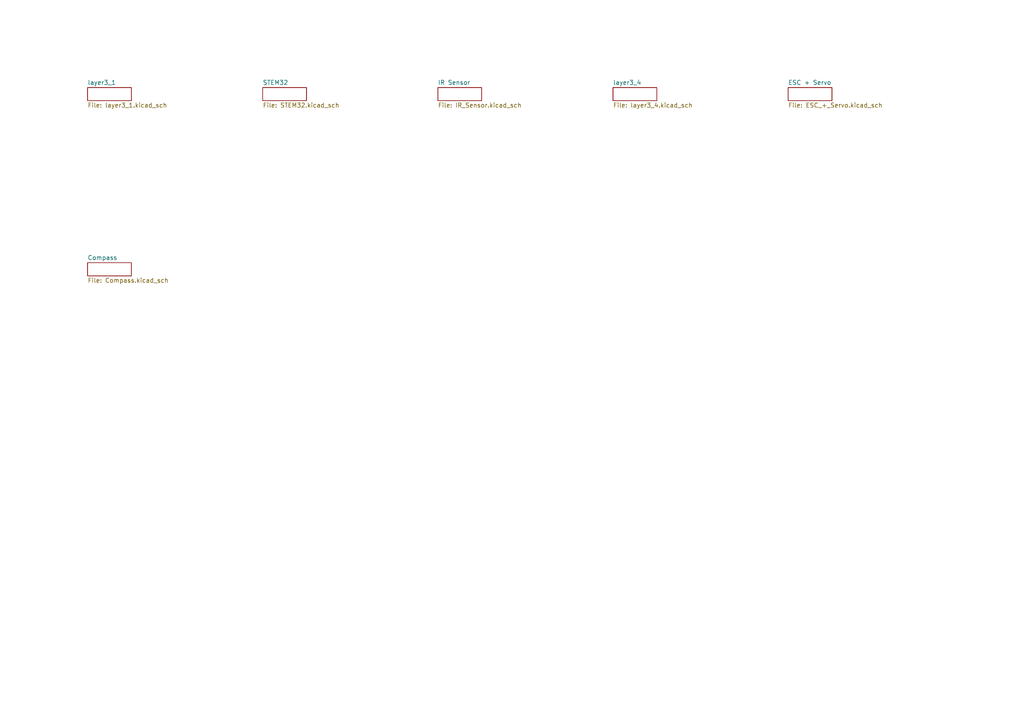
<source format=kicad_sch>
(kicad_sch (version 20211123) (generator eeschema)
  (paper "A4")
  (lib_symbols)
  (sheet (at 76.2 25.4) (size 12.7 3.81)
    (property "Sheet name" "STEM32" (at 76.2 24.6884 0) (effects (justify left bottom)))
    (property "Sheet file" "STEM32.kicad_sch" (at 76.2 29.7946 0) (effects (justify left top)))
  )
  (sheet (at 25.4 76.2) (size 12.7 3.81)
    (property "Sheet name" "Compass" (at 25.4 75.4884 0) (effects (justify left bottom)))
    (property "Sheet file" "Compass.kicad_sch" (at 25.4 80.5946 0) (effects (justify left top)))
  )
  (sheet (at 127 25.4) (size 12.7 3.81)
    (property "Sheet name" "IR Sensor" (at 127 24.6884 0) (effects (justify left bottom)))
    (property "Sheet file" "IR_Sensor.kicad_sch" (at 127 29.7946 0) (effects (justify left top)))
  )
  (sheet (at 25.4 25.4) (size 12.7 3.81)
    (property "Sheet name" "layer3_1" (at 25.4 24.6884 0) (effects (justify left bottom)))
    (property "Sheet file" "layer3_1.kicad_sch" (at 25.4 29.7946 0) (effects (justify left top)))
  )
  (sheet (at 228.6 25.4) (size 12.7 3.81)
    (property "Sheet name" "ESC + Servo" (at 228.6 24.6884 0) (effects (justify left bottom)))
    (property "Sheet file" "ESC_+_Servo.kicad_sch" (at 228.6 29.7946 0) (effects (justify left top)))
  )
  (sheet (at 177.8 25.4) (size 12.7 3.81)
    (property "Sheet name" "layer3_4" (at 177.8 24.6884 0) (effects (justify left bottom)))
    (property "Sheet file" "layer3_4.kicad_sch" (at 177.8 29.7946 0) (effects (justify left top)))
  )
)
</source>
